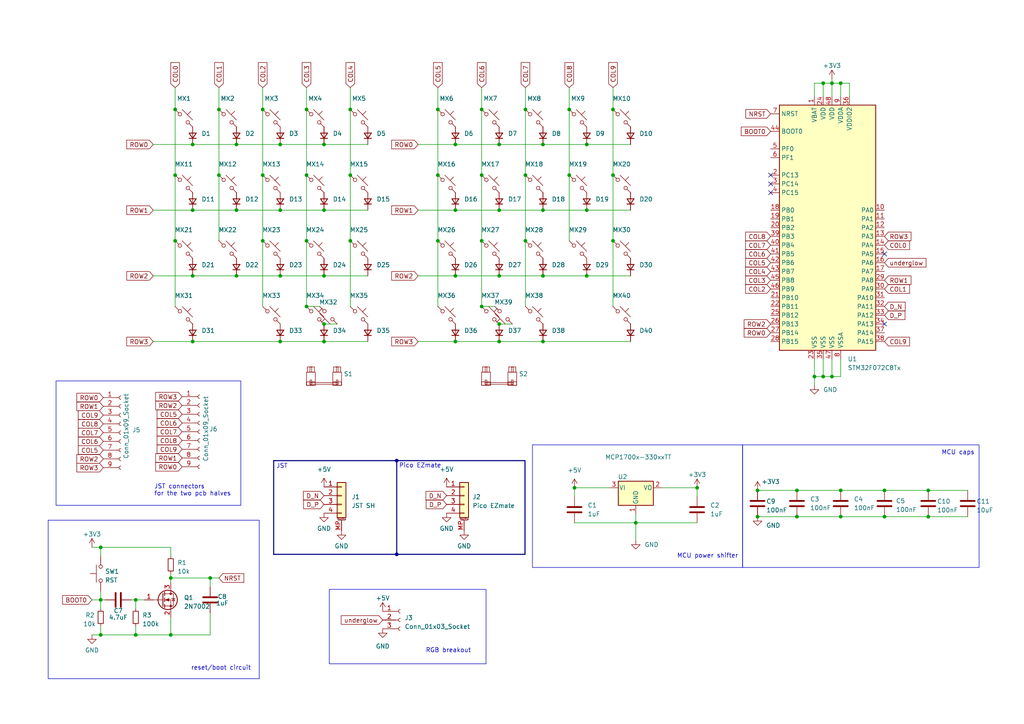
<source format=kicad_sch>
(kicad_sch (version 20230121) (generator eeschema)
  (paper "A4")
  (junction (at 88.9 69.85))
  (junction (at 93.98 80.01))
  (junction (at 139.7 88.9))
  (junction (at 39.37 184.15))
  (junction (at 81.28 60.96))
  (junction (at 269.24 142.24))
  (junction (at 127 69.85))
  (junction (at 101.6 69.85))
  (junction (at 68.58 41.91))
  (junction (at 63.5 31.75))
  (junction (at 49.53 167.64))
  (junction (at 55.88 99.06))
  (junction (at 238.76 109.22))
  (junction (at 93.98 60.96))
  (junction (at 202.184 141.478))
  (junction (at 127 31.75))
  (junction (at 166.624 141.478))
  (junction (at 157.48 41.91))
  (junction (at 88.9 88.9))
  (junction (at 76.2 50.8))
  (junction (at 29.21 184.15))
  (junction (at 219.71 149.86))
  (junction (at 256.54 142.24))
  (junction (at 55.88 41.91))
  (junction (at 50.8 69.85))
  (junction (at 241.3 24.13))
  (junction (at 63.5 50.8))
  (junction (at 157.48 60.96))
  (junction (at 170.18 60.96))
  (junction (at 55.88 80.01))
  (junction (at 144.78 80.01))
  (junction (at 127 50.8))
  (junction (at 144.78 99.06))
  (junction (at 144.78 60.96))
  (junction (at 29.21 173.99))
  (junction (at 243.84 142.24))
  (junction (at 132.08 41.91))
  (junction (at 50.8 31.75))
  (junction (at 238.76 24.13))
  (junction (at 93.98 93.98))
  (junction (at 139.7 69.85))
  (junction (at 115.062 160.782))
  (junction (at 236.22 109.22))
  (junction (at 165.1 50.8))
  (junction (at 177.8 50.8))
  (junction (at 184.404 151.638))
  (junction (at 88.9 31.75))
  (junction (at 157.48 80.01))
  (junction (at 231.14 142.24))
  (junction (at 152.4 69.85))
  (junction (at 76.2 69.85))
  (junction (at 231.14 149.86))
  (junction (at 50.8 50.8))
  (junction (at 241.3 109.22))
  (junction (at 256.54 149.86))
  (junction (at 93.98 41.91))
  (junction (at 132.08 99.06))
  (junction (at 55.88 60.96))
  (junction (at 81.28 41.91))
  (junction (at 101.6 50.8))
  (junction (at 219.71 142.24))
  (junction (at 115.062 133.604))
  (junction (at 68.58 80.01))
  (junction (at 177.8 31.75))
  (junction (at 132.08 60.96))
  (junction (at 60.96 167.64))
  (junction (at 139.7 50.8))
  (junction (at 157.48 99.06))
  (junction (at 269.24 149.86))
  (junction (at 165.1 31.75))
  (junction (at 170.18 41.91))
  (junction (at 170.18 80.01))
  (junction (at 29.21 158.75))
  (junction (at 132.08 80.01))
  (junction (at 152.4 50.8))
  (junction (at 152.4 31.75))
  (junction (at 144.78 41.91))
  (junction (at 76.2 31.75))
  (junction (at 81.28 80.01))
  (junction (at 93.98 99.06))
  (junction (at 243.84 149.86))
  (junction (at 39.37 173.99))
  (junction (at 139.7 31.75))
  (junction (at 243.84 24.13))
  (junction (at 81.28 99.06))
  (junction (at 68.58 60.96))
  (junction (at 177.8 69.85))
  (junction (at 101.6 31.75))
  (junction (at 49.53 184.15))
  (junction (at 88.9 50.8))
  (junction (at 144.78 93.98))
  (no_connect (at 223.52 55.88))
  (no_connect (at 223.52 50.8))
  (no_connect (at 256.54 93.98))
  (no_connect (at 223.52 53.34))
  (no_connect (at 256.54 73.66))
  (wire (pts (xy 49.53 167.64) (xy 49.53 168.91)))
  (wire (pts (xy 241.3 109.22) (xy 243.84 109.22)))
  (wire (pts (xy 177.8 69.85) (xy 177.8 88.9)))
  (wire (pts (xy 49.53 166.37) (xy 49.53 167.64)))
  (wire (pts (xy 39.37 181.61) (xy 39.37 184.15)))
  (wire (pts (xy 144.78 80.01) (xy 157.48 80.01)))
  (wire (pts (xy 50.8 31.75) (xy 50.8 50.8)))
  (wire (pts (xy 166.624 144.018) (xy 166.624 141.478)))
  (wire (pts (xy 177.8 25.4) (xy 177.8 31.75)))
  (wire (pts (xy 93.98 60.96) (xy 106.68 60.96)))
  (wire (pts (xy 243.84 104.14) (xy 243.84 109.22)))
  (wire (pts (xy 139.7 88.9) (xy 143.51 88.9)))
  (wire (pts (xy 76.2 25.4) (xy 76.2 31.75)))
  (wire (pts (xy 60.96 167.64) (xy 63.5 167.64)))
  (wire (pts (xy 139.7 25.4) (xy 139.7 31.75)))
  (wire (pts (xy 55.88 60.96) (xy 68.58 60.96)))
  (wire (pts (xy 184.404 151.638) (xy 184.404 149.098)))
  (wire (pts (xy 29.21 158.75) (xy 29.21 161.29)))
  (wire (pts (xy 219.71 149.86) (xy 231.14 149.86)))
  (wire (pts (xy 192.024 141.478) (xy 202.184 141.478)))
  (wire (pts (xy 93.98 99.06) (xy 106.68 99.06)))
  (wire (pts (xy 63.5 25.4) (xy 63.5 31.75)))
  (wire (pts (xy 236.22 104.14) (xy 236.22 109.22)))
  (wire (pts (xy 256.54 149.86) (xy 269.24 149.86)))
  (wire (pts (xy 152.4 69.85) (xy 152.4 88.9)))
  (wire (pts (xy 76.2 69.85) (xy 76.2 88.9)))
  (wire (pts (xy 132.08 99.06) (xy 144.78 99.06)))
  (wire (pts (xy 231.14 142.24) (xy 243.84 142.24)))
  (wire (pts (xy 49.53 167.64) (xy 60.96 167.64)))
  (wire (pts (xy 144.78 99.06) (xy 157.48 99.06)))
  (wire (pts (xy 121.285 80.01) (xy 132.08 80.01)))
  (wire (pts (xy 166.624 141.478) (xy 176.784 141.478)))
  (wire (pts (xy 157.48 80.01) (xy 170.18 80.01)))
  (wire (pts (xy 81.28 80.01) (xy 93.98 80.01)))
  (wire (pts (xy 152.4 25.4) (xy 152.4 31.75)))
  (wire (pts (xy 121.285 60.96) (xy 132.08 60.96)))
  (wire (pts (xy 81.28 41.91) (xy 93.98 41.91)))
  (wire (pts (xy 246.38 24.13) (xy 246.38 27.94)))
  (wire (pts (xy 241.3 24.13) (xy 241.3 27.94)))
  (wire (pts (xy 68.58 41.91) (xy 81.28 41.91)))
  (wire (pts (xy 269.24 142.24) (xy 280.67 142.24)))
  (wire (pts (xy 238.76 24.13) (xy 241.3 24.13)))
  (wire (pts (xy 202.184 151.638) (xy 184.404 151.638)))
  (wire (pts (xy 26.67 184.15) (xy 29.21 184.15)))
  (wire (pts (xy 29.21 158.75) (xy 49.53 158.75)))
  (wire (pts (xy 243.84 149.86) (xy 256.54 149.86)))
  (wire (pts (xy 39.37 173.99) (xy 41.91 173.99)))
  (wire (pts (xy 243.84 142.24) (xy 256.54 142.24)))
  (wire (pts (xy 236.22 109.22) (xy 236.22 111.76)))
  (wire (pts (xy 88.9 25.4) (xy 88.9 31.75)))
  (wire (pts (xy 269.24 149.86) (xy 280.67 149.86)))
  (wire (pts (xy 101.6 25.4) (xy 101.6 31.75)))
  (wire (pts (xy 50.8 25.4) (xy 50.8 31.75)))
  (wire (pts (xy 238.76 109.22) (xy 241.3 109.22)))
  (wire (pts (xy 243.84 24.13) (xy 243.84 27.94)))
  (wire (pts (xy 165.1 25.4) (xy 165.1 31.75)))
  (wire (pts (xy 81.28 60.96) (xy 93.98 60.96)))
  (wire (pts (xy 165.1 31.75) (xy 165.1 50.8)))
  (wire (pts (xy 63.5 50.8) (xy 63.5 69.85)))
  (wire (pts (xy 121.285 41.91) (xy 132.08 41.91)))
  (wire (pts (xy 241.3 22.86) (xy 241.3 24.13)))
  (wire (pts (xy 231.14 149.86) (xy 243.84 149.86)))
  (wire (pts (xy 243.84 24.13) (xy 246.38 24.13)))
  (wire (pts (xy 157.48 60.96) (xy 170.18 60.96)))
  (wire (pts (xy 256.54 142.24) (xy 269.24 142.24)))
  (wire (pts (xy 39.37 173.99) (xy 39.37 176.53)))
  (wire (pts (xy 49.53 179.07) (xy 49.53 184.15)))
  (wire (pts (xy 44.45 80.01) (xy 55.88 80.01)))
  (wire (pts (xy 88.9 50.8) (xy 88.9 69.85)))
  (wire (pts (xy 139.7 31.75) (xy 139.7 50.8)))
  (wire (pts (xy 68.58 60.96) (xy 81.28 60.96)))
  (wire (pts (xy 241.3 104.14) (xy 241.3 109.22)))
  (wire (pts (xy 121.285 99.06) (xy 132.08 99.06)))
  (wire (pts (xy 144.78 60.96) (xy 157.48 60.96)))
  (wire (pts (xy 63.5 31.75) (xy 63.5 50.8)))
  (wire (pts (xy 127 50.8) (xy 127 69.85)))
  (wire (pts (xy 132.08 80.01) (xy 144.78 80.01)))
  (wire (pts (xy 236.22 24.13) (xy 236.22 27.94)))
  (wire (pts (xy 170.18 80.01) (xy 182.88 80.01)))
  (wire (pts (xy 236.22 24.13) (xy 238.76 24.13)))
  (wire (pts (xy 238.76 104.14) (xy 238.76 109.22)))
  (bus (pts (xy 115.062 133.604) (xy 152.273 133.604)))
  (wire (pts (xy 44.45 60.96) (xy 55.88 60.96)))
  (wire (pts (xy 88.9 69.85) (xy 88.9 88.9)))
  (wire (pts (xy 88.9 31.75) (xy 88.9 50.8)))
  (wire (pts (xy 139.7 50.8) (xy 139.7 69.85)))
  (wire (pts (xy 49.53 158.75) (xy 49.53 161.29)))
  (wire (pts (xy 177.8 31.75) (xy 177.8 50.8)))
  (wire (pts (xy 38.1 173.99) (xy 39.37 173.99)))
  (wire (pts (xy 29.21 173.99) (xy 30.48 173.99)))
  (wire (pts (xy 76.2 50.8) (xy 76.2 69.85)))
  (wire (pts (xy 29.21 181.61) (xy 29.21 184.15)))
  (wire (pts (xy 26.67 173.99) (xy 29.21 173.99)))
  (wire (pts (xy 101.6 69.85) (xy 101.6 88.9)))
  (wire (pts (xy 177.8 50.8) (xy 177.8 69.85)))
  (wire (pts (xy 44.45 41.91) (xy 55.88 41.91)))
  (wire (pts (xy 152.4 31.75) (xy 152.4 50.8)))
  (wire (pts (xy 76.2 31.75) (xy 76.2 50.8)))
  (wire (pts (xy 165.1 50.8) (xy 165.1 69.85)))
  (wire (pts (xy 132.08 41.91) (xy 144.78 41.91)))
  (wire (pts (xy 202.184 141.478) (xy 202.184 144.018)))
  (wire (pts (xy 241.3 24.13) (xy 243.84 24.13)))
  (wire (pts (xy 29.21 171.45) (xy 29.21 173.99)))
  (wire (pts (xy 50.8 50.8) (xy 50.8 69.85)))
  (wire (pts (xy 170.18 60.96) (xy 182.88 60.96)))
  (wire (pts (xy 68.58 80.01) (xy 81.28 80.01)))
  (wire (pts (xy 60.96 167.64) (xy 60.96 170.18)))
  (wire (pts (xy 127 31.75) (xy 127 50.8)))
  (wire (pts (xy 184.404 151.638) (xy 184.404 156.718)))
  (bus (pts (xy 115.062 160.782) (xy 152.273 160.782)))
  (wire (pts (xy 219.71 142.24) (xy 231.14 142.24)))
  (wire (pts (xy 26.67 158.75) (xy 29.21 158.75)))
  (wire (pts (xy 29.21 173.99) (xy 29.21 176.53)))
  (wire (pts (xy 157.48 41.91) (xy 170.18 41.91)))
  (wire (pts (xy 127 69.85) (xy 127 88.9)))
  (wire (pts (xy 101.6 50.8) (xy 101.6 69.85)))
  (wire (pts (xy 132.08 60.96) (xy 144.78 60.96)))
  (wire (pts (xy 81.28 99.06) (xy 93.98 99.06)))
  (wire (pts (xy 88.9 88.9) (xy 92.71 88.9)))
  (wire (pts (xy 93.98 80.01) (xy 106.68 80.01)))
  (wire (pts (xy 101.6 31.75) (xy 101.6 50.8)))
  (wire (pts (xy 144.78 93.98) (xy 148.59 93.98)))
  (wire (pts (xy 139.7 69.85) (xy 139.7 88.9)))
  (wire (pts (xy 55.88 80.01) (xy 68.58 80.01)))
  (wire (pts (xy 236.22 109.22) (xy 238.76 109.22)))
  (wire (pts (xy 39.37 184.15) (xy 49.53 184.15)))
  (wire (pts (xy 49.53 184.15) (xy 60.96 184.15)))
  (wire (pts (xy 55.88 99.06) (xy 81.28 99.06)))
  (wire (pts (xy 60.96 177.8) (xy 60.96 184.15)))
  (wire (pts (xy 127 25.4) (xy 127 31.75)))
  (wire (pts (xy 170.18 41.91) (xy 182.88 41.91)))
  (wire (pts (xy 144.78 41.91) (xy 157.48 41.91)))
  (wire (pts (xy 152.4 50.8) (xy 152.4 69.85)))
  (wire (pts (xy 157.48 99.06) (xy 182.88 99.06)))
  (wire (pts (xy 44.45 99.06) (xy 55.88 99.06)))
  (wire (pts (xy 93.98 93.98) (xy 97.79 93.98)))
  (wire (pts (xy 166.624 151.638) (xy 184.404 151.638)))
  (bus (pts (xy 152.273 160.782) (xy 152.273 133.604)))
  (wire (pts (xy 55.88 41.91) (xy 68.58 41.91)))
  (wire (pts (xy 29.21 184.15) (xy 39.37 184.15)))
  (wire (pts (xy 238.76 24.13) (xy 238.76 27.94)))
  (wire (pts (xy 50.8 69.85) (xy 50.8 88.9)))
  (bus (pts (xy 79.375 133.604) (xy 79.375 160.782)))
  (bus (pts (xy 79.375 133.604) (xy 115.062 133.604)))
  (wire (pts (xy 93.98 41.91) (xy 106.68 41.91)))
  (bus (pts (xy 79.375 160.782) (xy 115.062 160.782)))
  (bus (pts (xy 115.062 133.604) (xy 115.062 160.782)))
  (rectangle (start 215.392 129.032) (end 283.972 164.592))
  (rectangle (start 154.432 129.032) (end 215.392 164.592))
  (rectangle (start 13.97 150.876) (end 75.184 196.85))
  (rectangle (start 95.504 170.942) (end 140.97 192.532))
  (rectangle (start 16.256 110.49) (end 69.85 146.558))
  (text "Pico EZmate" (at 115.697 135.89 0) (effects (font (size 1.27 1.27)) (justify left bottom)))
  (text "JST connectors\nfor the two pcb halves" (at 44.704 144.018 0) (effects (font (size 1.27 1.27)) (justify left bottom)))
  (text "reset/boot circuit" (at 55.372 194.564 0) (effects (font (size 1.27 1.27)) (justify left bottom)))
  (text "MCU power shifter" (at 196.342 162.052 0) (effects (font (size 1.27 1.27)) (justify left bottom)))
  (text "RGB breakout" (at 123.444 189.484 0) (effects (font (size 1.27 1.27)) (justify left bottom)))
  (text "MCU caps" (at 273.05 132.08 0) (effects (font (size 1.27 1.27)) (justify left bottom)))
  (text "JST" (at 80.137 136.017 0) (effects (font (size 1.27 1.27)) (justify left bottom)))
  (global_label "COL0" (shape input) (at 50.8 25.4 90) (property "Intersheetrefs" "${INTERSHEET_REFS}" (effects hide)))
  (global_label "ROW2" (shape input) (at 44.45 80.01 180) (property "Intersheetrefs" "${INTERSHEET_REFS}" (effects hide)))
  (global_label "ROW2" (shape input) (at 223.52 93.98 180) (property "Intersheetrefs" "${INTERSHEET_REFS}" (effects hide)))
  (global_label "ROW0" (shape input) (at 44.45 41.91 180) (property "Intersheetrefs" "${INTERSHEET_REFS}" (effects hide)))
  (global_label "COL5" (shape input) (at 52.832 120.142 180) (property "Intersheetrefs" "${INTERSHEET_REFS}" (effects hide)))
  (global_label "D_N" (shape input) (at 256.54 88.9 0) (property "Intersheetrefs" "${INTERSHEET_REFS}" (effects hide)))
  (global_label "ROW0" (shape input) (at 223.52 96.52 180) (property "Intersheetrefs" "${INTERSHEET_REFS}" (effects hide)))
  (global_label "ROW1" (shape input) (at 256.54 81.28 0) (property "Intersheetrefs" "${INTERSHEET_REFS}" (effects hide)))
  (global_label "COL7" (shape input) (at 29.972 125.476 180) (property "Intersheetrefs" "${INTERSHEET_REFS}" (effects hide)))
  (global_label "COL7" (shape input) (at 152.4 25.4 90) (property "Intersheetrefs" "${INTERSHEET_REFS}" (effects hide)))
  (global_label "ROW0" (shape input) (at 29.972 115.316 180) (property "Intersheetrefs" "${INTERSHEET_REFS}" (effects hide)))
  (global_label "D_P" (shape input) (at 93.98 146.304 180) (property "Intersheetrefs" "${INTERSHEET_REFS}" (effects hide)))
  (global_label "ROW1" (shape input) (at 52.832 132.842 180) (property "Intersheetrefs" "${INTERSHEET_REFS}" (effects hide)))
  (global_label "COL0" (shape input) (at 256.54 71.12 0) (property "Intersheetrefs" "${INTERSHEET_REFS}" (effects hide)))
  (global_label "COL2" (shape input) (at 223.52 83.82 180) (property "Intersheetrefs" "${INTERSHEET_REFS}" (effects hide)))
  (global_label "COL8" (shape input) (at 52.832 127.762 180) (property "Intersheetrefs" "${INTERSHEET_REFS}" (effects hide)))
  (global_label "D_P" (shape input) (at 256.54 91.44 0) (property "Intersheetrefs" "${INTERSHEET_REFS}" (effects hide)))
  (global_label "D_N" (shape input) (at 93.98 143.764 180) (property "Intersheetrefs" "${INTERSHEET_REFS}" (effects hide)))
  (global_label "COL5" (shape input) (at 223.52 76.2 180) (property "Intersheetrefs" "${INTERSHEET_REFS}" (effects hide)))
  (global_label "ROW1" (shape input) (at 29.972 117.856 180) (property "Intersheetrefs" "${INTERSHEET_REFS}" (effects hide)))
  (global_label "ROW3" (shape input) (at 52.832 115.062 180) (property "Intersheetrefs" "${INTERSHEET_REFS}" (effects hide)))
  (global_label "COL6" (shape input) (at 29.972 128.016 180) (property "Intersheetrefs" "${INTERSHEET_REFS}" (effects hide)))
  (global_label "COL1" (shape input) (at 63.5 25.4 90) (property "Intersheetrefs" "${INTERSHEET_REFS}" (effects hide)))
  (global_label "NRST" (shape input) (at 63.5 167.64 0) (property "Intersheetrefs" "${INTERSHEET_REFS}" (effects hide)))
  (global_label "COL3" (shape input) (at 88.9 25.4 90) (property "Intersheetrefs" "${INTERSHEET_REFS}" (effects hide)))
  (global_label "COL7" (shape input) (at 223.52 71.12 180) (property "Intersheetrefs" "${INTERSHEET_REFS}" (effects hide)))
  (global_label "ROW3" (shape input) (at 121.285 99.06 180) (property "Intersheetrefs" "${INTERSHEET_REFS}" (effects hide)))
  (global_label "D_P" (shape input) (at 129.54 146.304 180) (property "Intersheetrefs" "${INTERSHEET_REFS}" (effects hide)))
  (global_label "BOOT0" (shape input) (at 223.52 38.1 180) (property "Intersheetrefs" "${INTERSHEET_REFS}" (effects hide)))
  (global_label "COL3" (shape input) (at 223.52 81.28 180) (property "Intersheetrefs" "${INTERSHEET_REFS}" (effects hide)))
  (global_label "ROW3" (shape input) (at 29.972 135.636 180) (property "Intersheetrefs" "${INTERSHEET_REFS}" (effects hide)))
  (global_label "ROW3" (shape input) (at 44.45 99.06 180) (property "Intersheetrefs" "${INTERSHEET_REFS}" (effects hide)))
  (global_label "COL6" (shape input) (at 139.7 25.4 90) (property "Intersheetrefs" "${INTERSHEET_REFS}" (effects hide)))
  (global_label "COL9" (shape input) (at 177.8 25.4 90) (property "Intersheetrefs" "${INTERSHEET_REFS}" (effects hide)))
  (global_label "ROW1" (shape input) (at 121.285 60.96 180) (property "Intersheetrefs" "${INTERSHEET_REFS}" (effects hide)))
  (global_label "ROW3" (shape input) (at 256.54 68.58 0) (property "Intersheetrefs" "${INTERSHEET_REFS}" (effects hide)))
  (global_label "COL6" (shape input) (at 223.52 73.66 180) (property "Intersheetrefs" "${INTERSHEET_REFS}" (effects hide)))
  (global_label "underglow" (shape input) (at 256.54 76.2 0) (property "Intersheetrefs" "${INTERSHEET_REFS}" (effects hide)))
  (global_label "COL2" (shape input) (at 76.2 25.4 90) (property "Intersheetrefs" "${INTERSHEET_REFS}" (effects hide)))
  (global_label "underglow" (shape input) (at 110.998 179.832 180) (property "Intersheetrefs" "${INTERSHEET_REFS}" (effects hide)))
  (global_label "ROW2" (shape input) (at 121.285 80.01 180) (property "Intersheetrefs" "${INTERSHEET_REFS}" (effects hide)))
  (global_label "D_N" (shape input) (at 129.54 143.764 180) (property "Intersheetrefs" "${INTERSHEET_REFS}" (effects hide)))
  (global_label "COL9" (shape input) (at 29.972 120.396 180) (property "Intersheetrefs" "${INTERSHEET_REFS}" (effects hide)))
  (global_label "COL6" (shape input) (at 52.832 122.682 180) (property "Intersheetrefs" "${INTERSHEET_REFS}" (effects hide)))
  (global_label "BOOT0" (shape input) (at 26.67 173.99 180) (property "Intersheetrefs" "${INTERSHEET_REFS}" (effects hide)))
  (global_label "COL7" (shape input) (at 52.832 125.222 180) (property "Intersheetrefs" "${INTERSHEET_REFS}" (effects hide)))
  (global_label "NRST" (shape input) (at 223.52 33.02 180) (property "Intersheetrefs" "${INTERSHEET_REFS}" (effects hide)))
  (global_label "ROW0" (shape input) (at 121.285 41.91 180) (property "Intersheetrefs" "${INTERSHEET_REFS}" (effects hide)))
  (global_label "COL8" (shape input) (at 165.1 25.4 90) (property "Intersheetrefs" "${INTERSHEET_REFS}" (effects hide)))
  (global_label "COL4" (shape input) (at 223.52 78.74 180) (property "Intersheetrefs" "${INTERSHEET_REFS}" (effects hide)))
  (global_label "ROW0" (shape input) (at 52.832 135.382 180) (property "Intersheetrefs" "${INTERSHEET_REFS}" (effects hide)))
  (global_label "COL4" (shape input) (at 101.6 25.4 90) (property "Intersheetrefs" "${INTERSHEET_REFS}" (effects hide)))
  (global_label "COL9" (shape input) (at 256.54 99.06 0) (property "Intersheetrefs" "${INTERSHEET_REFS}" (effects hide)))
  (global_label "COL8" (shape input) (at 223.52 68.58 180) (property "Intersheetrefs" "${INTERSHEET_REFS}" (effects hide)))
  (global_label "ROW1" (shape input) (at 44.45 60.96 180) (property "Intersheetrefs" "${INTERSHEET_REFS}" (effects hide)))
  (global_label "ROW2" (shape input) (at 29.972 133.096 180) (property "Intersheetrefs" "${INTERSHEET_REFS}" (effects hide)))
  (global_label "ROW2" (shape input) (at 52.832 117.602 180) (property "Intersheetrefs" "${INTERSHEET_REFS}" (effects hide)))
  (global_label "COL5" (shape input) (at 29.972 130.556 180) (property "Intersheetrefs" "${INTERSHEET_REFS}" (effects hide)))
  (global_label "COL5" (shape input) (at 127 25.4 90) (property "Intersheetrefs" "${INTERSHEET_REFS}" (effects hide)))
  (global_label "COL1" (shape input) (at 256.54 83.82 0) (property "Intersheetrefs" "${INTERSHEET_REFS}" (effects hide)))
  (global_label "COL8" (shape input) (at 29.972 122.936 180) (property "Intersheetrefs" "${INTERSHEET_REFS}" (effects hide)))
  (global_label "COL9" (shape input) (at 52.832 130.302 180) (property "Intersheetrefs" "${INTERSHEET_REFS}" (effects hide)))
  (symbol (lib_id "Device:D_Small") (at 144.78 77.47 90) (unit 1)
    (property "Reference" "D27" (at 147.32 76.835 90) (effects (justify right)))
    (property "Value" "D_Small" (effects hide))
    (property "Footprint" "Diode_SMD:D_SOD-123F" (effects hide))
    (property "Sim.Device" "D" (effects hide))
    (property "Sim.Pins" "1=K 2=A" (effects hide))
  )
  (symbol (lib_id "Device:D_Small") (at 157.48 39.37 90) (unit 1)
    (property "Reference" "D8" (at 160.02 38.735 90) (effects (justify right)))
    (property "Value" "D_Small" (effects hide))
    (property "Footprint" "Diode_SMD:D_SOD-123F" (effects hide))
    (property "Sim.Device" "D" (effects hide))
    (property "Sim.Pins" "1=K 2=A" (effects hide))
  )
  (symbol (lib_id "Device:D_Small") (at 132.08 39.37 90) (unit 1)
    (property "Reference" "D6" (at 134.62 38.735 90) (effects (justify right)))
    (property "Value" "D_Small" (effects hide))
    (property "Footprint" "Diode_SMD:D_SOD-123F" (effects hide))
    (property "Sim.Device" "D" (effects hide))
    (property "Sim.Pins" "1=K 2=A" (effects hide))
  )
  (symbol (lib_id "PCM_marbastlib-mx:MX_SW_HS") (at 154.94 34.29 0) (unit 1)
    (property "Reference" "MX8" (at 154.94 28.575 0))
    (property "Value" "MX_SW_HS" (effects hide))
    (property "Footprint" "PCM_marbastlib-mx:SW_MX_HS_1u" (effects hide))
  )
  (symbol (lib_id "power:+5V") (at 93.98 141.224 0) (unit 1)
    (property "Reference" "#PWR09" (effects hide))
    (property "Value" "+5V" (at 93.98 136.144 0))
  )
  (symbol (lib_id "PCM_marbastlib-mx:MX_SW_HS") (at 53.34 72.39 0) (unit 1)
    (property "Reference" "MX21" (at 53.34 66.675 0))
    (property "Value" "MX_SW_HS" (effects hide))
    (property "Footprint" "PCM_marbastlib-mx:SW_MX_HS_1u" (effects hide))
  )
  (symbol (lib_id "Device:D_Small") (at 106.68 77.47 90) (unit 1)
    (property "Reference" "D25" (at 109.22 76.835 90) (effects (justify right)))
    (property "Value" "D_Small" (effects hide))
    (property "Footprint" "Diode_SMD:D_SOD-123F" (effects hide))
    (property "Sim.Device" "D" (effects hide))
    (property "Sim.Pins" "1=K 2=A" (effects hide))
  )
  (symbol (lib_id "PCM_marbastlib-mx:MX_SW_HS") (at 53.34 53.34 0) (unit 1)
    (property "Reference" "MX11" (at 53.34 47.625 0))
    (property "Value" "MX_SW_HS" (effects hide))
    (property "Footprint" "PCM_marbastlib-mx:SW_MX_HS_1u" (effects hide))
  )
  (symbol (lib_id "Device:D_Small") (at 170.18 39.37 90) (unit 1)
    (property "Reference" "D9" (at 172.72 38.735 90) (effects (justify right)))
    (property "Value" "D_Small" (effects hide))
    (property "Footprint" "Diode_SMD:D_SOD-123F" (effects hide))
    (property "Sim.Device" "D" (effects hide))
    (property "Sim.Pins" "1=K 2=A" (effects hide))
  )
  (symbol (lib_id "Device:D_Small") (at 170.18 58.42 90) (unit 1)
    (property "Reference" "D19" (at 172.72 57.785 90) (effects (justify right)))
    (property "Value" "D_Small" (effects hide))
    (property "Footprint" "Diode_SMD:D_SOD-123F" (effects hide))
    (property "Sim.Device" "D" (effects hide))
    (property "Sim.Pins" "1=K 2=A" (effects hide))
  )
  (symbol (lib_id "Device:D_Small") (at 182.88 58.42 90) (unit 1)
    (property "Reference" "D20" (at 185.42 57.785 90) (effects (justify right)))
    (property "Value" "D_Small" (effects hide))
    (property "Footprint" "Diode_SMD:D_SOD-123F" (effects hide))
    (property "Sim.Device" "D" (effects hide))
    (property "Sim.Pins" "1=K 2=A" (effects hide))
  )
  (symbol (lib_id "Regulator_Linear:MCP1700x-330xxTT") (at 184.404 141.478 0) (unit 1)
    (property "Reference" "U2" (at 180.594 138.303 0))
    (property "Value" "MCP1700x-330xxTT" (at 175.514 132.588 0) (effects (justify left)))
    (property "Footprint" "Package_TO_SOT_SMD:SOT-23" (effects hide))
    (property "Datasheet" "http://ww1.microchip.com/downloads/en/DeviceDoc/20001826D.pdf" (effects hide))
    (property "LCSC Part Number" "C39051" (effects hide))
  )
  (symbol (lib_id "PCM_marbastlib-mx:MX_SW_HS") (at 104.14 91.44 0) (unit 1)
    (property "Reference" "MX35" (at 104.14 85.725 0))
    (property "Value" "MX_SW_HS" (effects hide))
    (property "Footprint" "PCM_marbastlib-mx:SW_MX_HS_1u" (effects hide))
  )
  (symbol (lib_id "Connector:Conn_01x09_Socket") (at 57.912 125.222 0) (unit 1)
    (property "Reference" "J6" (at 60.706 124.46 0) (effects (justify left)))
    (property "Value" "Conn_01x09_Socket" (at 59.69 133.858 90) (effects (justify left)))
    (property "Footprint" "Connector_JST:JST_SH_SM09B-SRSS-TB_1x09-1MP_P1.00mm_Horizontal" (effects hide))
  )
  (symbol (lib_id "PCM_marbastlib-mx:MX_SW_HS") (at 167.64 53.34 0) (unit 1)
    (property "Reference" "MX19" (at 167.64 47.625 0))
    (property "Value" "MX_SW_HS" (effects hide))
    (property "Footprint" "PCM_marbastlib-mx:SW_MX_HS_1u" (effects hide))
  )
  (symbol (lib_id "Device:D_Small") (at 93.98 58.42 90) (unit 1)
    (property "Reference" "D14" (at 96.52 57.785 90) (effects (justify right)))
    (property "Value" "D_Small" (effects hide))
    (property "Footprint" "Diode_SMD:D_SOD-123F" (effects hide))
    (property "Sim.Device" "D" (effects hide))
    (property "Sim.Pins" "1=K 2=A" (effects hide))
  )
  (symbol (lib_id "power:GND") (at 134.62 153.924 0) (unit 1)
    (property "Reference" "#PWR014" (effects hide))
    (property "Value" "GND" (at 134.62 158.3674 0))
  )
  (symbol (lib_id "Device:D_Small") (at 182.88 96.52 90) (unit 1)
    (property "Reference" "D40" (at 185.42 95.885 90) (effects (justify right)))
    (property "Value" "D_Small" (effects hide))
    (property "Footprint" "Diode_SMD:D_SOD-123F" (effects hide))
    (property "Sim.Device" "D" (effects hide))
    (property "Sim.Pins" "1=K 2=A" (effects hide))
  )
  (symbol (lib_id "Device:C") (at 166.624 147.828 0) (unit 1)
    (property "Reference" "C1" (at 170.434 146.5579 0) (effects (justify left)))
    (property "Value" "1uF" (at 170.434 149.0979 0) (effects (justify left)))
    (property "Footprint" "Capacitor_SMD:C_0603_1608Metric" (effects hide))
    (property "LCSC Part Number" "C28323" (effects hide))
  )
  (symbol (lib_id "Device:D_Small") (at 182.88 39.37 90) (unit 1)
    (property "Reference" "D10" (at 185.42 38.735 90) (effects (justify right)))
    (property "Value" "D_Small" (effects hide))
    (property "Footprint" "Diode_SMD:D_SOD-123F" (effects hide))
    (property "Sim.Device" "D" (effects hide))
    (property "Sim.Pins" "1=K 2=A" (effects hide))
  )
  (symbol (lib_id "Connector:Conn_01x09_Socket") (at 35.052 125.476 0) (unit 1)
    (property "Reference" "J5" (at 38.354 124.714 0) (effects (justify left)))
    (property "Value" "Conn_01x09_Socket" (at 36.576 133.096 90) (effects (justify left)))
    (property "Footprint" "Connector_JST:JST_SH_SM09B-SRSS-TB_1x09-1MP_P1.00mm_Horizontal" (effects hide))
  )
  (symbol (lib_id "Connector:Conn_01x03_Socket") (at 116.078 179.832 0) (unit 1)
    (property "Reference" "J3" (at 117.348 179.197 0) (effects (justify left)))
    (property "Value" "Conn_01x03_Socket" (at 117.348 181.737 0) (effects (justify left)))
    (property "Footprint" "Connector_PinHeader_2.54mm:PinHeader_1x03_P2.54mm_Vertical" (effects hide))
  )
  (symbol (lib_id "PCM_marbastlib-mx:MX_SW_HS") (at 53.34 91.44 0) (unit 1)
    (property "Reference" "MX31" (at 53.34 85.725 0))
    (property "Value" "MX_SW_HS" (effects hide))
    (property "Footprint" "PCM_marbastlib-mx:SW_MX_HS_1u" (effects hide))
  )
  (symbol (lib_id "power:+3V3") (at 241.3 22.86 0) (unit 1)
    (property "Reference" "#PWR018" (effects hide))
    (property "Value" "+3V3" (at 241.3 19.05 0))
  )
  (symbol (lib_id "Device:R_Small") (at 39.37 179.07 0) (unit 1)
    (property "Reference" "R3" (at 41.275 178.435 0) (effects (justify left)))
    (property "Value" "100k" (at 41.275 180.975 0) (effects (justify left)))
    (property "Footprint" "Resistor_SMD:R_0603_1608Metric" (effects hide))
  )
  (symbol (lib_id "Device:C") (at 219.71 146.05 0) (unit 1)
    (property "Reference" "C9" (at 222.25 145.4213 0) (effects (justify left)))
    (property "Value" "100nF" (at 222.25 147.9613 0) (effects (justify left)))
    (property "Footprint" "Capacitor_SMD:C_0603_1608Metric" (effects hide))
  )
  (symbol (lib_id "Connector_Generic_MountingPin:Conn_01x04_MountingPin") (at 134.62 143.764 0) (unit 1)
    (property "Reference" "J2" (at 137.033 144.1195 0) (effects (justify left)))
    (property "Value" "Pico EZmate" (at 137.033 146.6595 0) (effects (justify left)))
    (property "Footprint" "Connector_Molex:Molex_Pico-EZmate_78171-0004_1x04-1MP_P1.20mm_Vertical" (effects hide))
  )
  (symbol (lib_id "PCM_marbastlib-mx:MX_SW_HS") (at 91.44 53.34 0) (unit 1)
    (property "Reference" "MX14" (at 91.44 47.625 0))
    (property "Value" "MX_SW_HS" (effects hide))
    (property "Footprint" "PCM_marbastlib-mx:SW_MX_HS_1u" (effects hide))
  )
  (symbol (lib_id "PCM_marbastlib-mx:MX_SW_HS") (at 154.94 72.39 0) (unit 1)
    (property "Reference" "MX28" (at 154.94 66.675 0))
    (property "Value" "MX_SW_HS" (effects hide))
    (property "Footprint" "PCM_marbastlib-mx:SW_MX_HS_1u" (effects hide))
  )
  (symbol (lib_id "Connector_Generic_MountingPin:Conn_01x04_MountingPin") (at 99.06 143.764 0) (unit 1)
    (property "Reference" "J1" (at 101.981 144.1195 0) (effects (justify left)))
    (property "Value" "JST SH" (at 101.981 146.6595 0) (effects (justify left)))
    (property "Footprint" "Connector_JST:JST_SH_SM04B-SRSS-TB_1x04-1MP_P1.00mm_Horizontal" (effects hide))
  )
  (symbol (lib_id "PCM_marbastlib-mx:MX_SW_HS") (at 180.34 34.29 0) (unit 1)
    (property "Reference" "MX10" (at 180.34 28.575 0))
    (property "Value" "MX_SW_HS" (effects hide))
    (property "Footprint" "PCM_marbastlib-mx:SW_MX_HS_1u" (effects hide))
  )
  (symbol (lib_id "PCM_marbastlib-mx:MX_SW_HS") (at 91.44 34.29 0) (unit 1)
    (property "Reference" "MX4" (at 91.44 28.575 0))
    (property "Value" "MX_SW_HS" (effects hide))
    (property "Footprint" "PCM_marbastlib-mx:SW_MX_HS_1u" (effects hide))
  )
  (symbol (lib_id "Device:C") (at 202.184 147.828 0) (unit 1)
    (property "Reference" "C2" (at 205.994 146.5579 0) (effects (justify left)))
    (property "Value" "1uF" (at 205.994 149.0979 0) (effects (justify left)))
    (property "Footprint" "Capacitor_SMD:C_0603_1608Metric" (effects hide))
    (property "LCSC Part Number" "C28323" (effects hide))
  )
  (symbol (lib_id "Device:D_Small") (at 106.68 58.42 90) (unit 1)
    (property "Reference" "D15" (at 109.22 57.785 90) (effects (justify right)))
    (property "Value" "D_Small" (effects hide))
    (property "Footprint" "Diode_SMD:D_SOD-123F" (effects hide))
    (property "Sim.Device" "D" (effects hide))
    (property "Sim.Pins" "1=K 2=A" (effects hide))
  )
  (symbol (lib_id "PCM_marbastlib-mx:MX_SW_HS") (at 154.94 53.34 0) (unit 1)
    (property "Reference" "MX18" (at 154.94 47.625 0))
    (property "Value" "MX_SW_HS" (effects hide))
    (property "Footprint" "PCM_marbastlib-mx:SW_MX_HS_1u" (effects hide))
  )
  (symbol (lib_id "PCM_marbastlib-mx:MX_SW_HS") (at 129.54 72.39 0) (unit 1)
    (property "Reference" "MX26" (at 129.54 66.675 0))
    (property "Value" "MX_SW_HS" (effects hide))
    (property "Footprint" "PCM_marbastlib-mx:SW_MX_HS_1u" (effects hide))
  )
  (symbol (lib_id "PCM_marbastlib-mx:MX_SW_HS") (at 146.05 91.44 180) (unit 1)
    (property "Reference" "MX39" (at 146.05 87.63 0))
    (property "Value" "MX_SW_HS" (effects hide))
    (property "Footprint" "PCM_marbastlib-mx:SW_MX_HS_1u" (effects hide))
  )
  (symbol (lib_id "Device:D_Small") (at 144.78 39.37 90) (unit 1)
    (property "Reference" "D7" (at 147.32 38.735 90) (effects (justify right)))
    (property "Value" "D_Small" (effects hide))
    (property "Footprint" "Diode_SMD:D_SOD-123F" (effects hide))
    (property "Sim.Device" "D" (effects hide))
    (property "Sim.Pins" "1=K 2=A" (effects hide))
  )
  (symbol (lib_id "Device:D_Small") (at 132.08 77.47 90) (unit 1)
    (property "Reference" "D26" (at 134.62 76.835 90) (effects (justify right)))
    (property "Value" "D_Small" (effects hide))
    (property "Footprint" "Diode_SMD:D_SOD-123F" (effects hide))
    (property "Sim.Device" "D" (effects hide))
    (property "Sim.Pins" "1=K 2=A" (effects hide))
  )
  (symbol (lib_id "Device:C") (at 243.84 146.05 0) (unit 1)
    (property "Reference" "C4" (at 247.65 144.7799 0) (effects (justify left)))
    (property "Value" "100nF" (at 247.65 147.3199 0) (effects (justify left)))
    (property "Footprint" "Capacitor_SMD:C_0603_1608Metric" (effects hide))
    (property "LCSC Part Number" "C14663" (effects hide))
  )
  (symbol (lib_id "power:GND") (at 99.06 153.924 0) (unit 1)
    (property "Reference" "#PWR013" (effects hide))
    (property "Value" "GND" (at 99.06 158.3674 0))
  )
  (symbol (lib_id "PCM_marbastlib-mx:MX_SW_HS") (at 104.14 53.34 0) (unit 1)
    (property "Reference" "MX15" (at 104.14 47.625 0))
    (property "Value" "MX_SW_HS" (effects hide))
    (property "Footprint" "PCM_marbastlib-mx:SW_MX_HS_1u" (effects hide))
  )
  (symbol (lib_id "PCM_marbastlib-mx:MX_SW_HS") (at 91.44 72.39 0) (unit 1)
    (property "Reference" "MX24" (at 91.44 66.675 0))
    (property "Value" "MX_SW_HS" (effects hide))
    (property "Footprint" "PCM_marbastlib-mx:SW_MX_HS_1u" (effects hide))
  )
  (symbol (lib_id "PCM_marbastlib-mx:MX_SW_HS") (at 180.34 91.44 0) (unit 1)
    (property "Reference" "MX40" (at 180.34 85.725 0))
    (property "Value" "MX_SW_HS" (effects hide))
    (property "Footprint" "PCM_marbastlib-mx:SW_MX_HS_1u" (effects hide))
  )
  (symbol (lib_id "PCM_marbastlib-mx:MX_stab") (at 93.98 109.22 0) (unit 1)
    (property "Reference" "S1" (at 99.695 108.458 0) (effects (justify left)))
    (property "Value" "MX_stab" (effects hide))
    (property "Footprint" "PCM_marbastlib-mx:STAB_MX_2u" (effects hide))
  )
  (symbol (lib_id "PCM_marbastlib-mx:MX_SW_HS") (at 53.34 34.29 0) (unit 1)
    (property "Reference" "MX1" (at 53.34 28.575 0))
    (property "Value" "MX_SW_HS" (effects hide))
    (property "Footprint" "PCM_marbastlib-mx:SW_MX_HS_1u" (effects hide))
  )
  (symbol (lib_id "Device:R_Small") (at 49.53 163.83 0) (unit 1)
    (property "Reference" "R1" (at 51.435 163.195 0) (effects (justify left)))
    (property "Value" "10k" (at 51.435 165.735 0) (effects (justify left)))
    (property "Footprint" "Resistor_SMD:R_0603_1608Metric" (effects hide))
  )
  (symbol (lib_id "Device:D_Small") (at 144.78 96.52 90) (unit 1)
    (property "Reference" "D37" (at 147.32 95.885 90) (effects (justify right)))
    (property "Value" "D_Small" (effects hide))
    (property "Footprint" "Diode_SMD:D_SOD-123F" (effects hide))
    (property "Sim.Device" "D" (effects hide))
    (property "Sim.Pins" "1=K 2=A" (effects hide))
  )
  (symbol (lib_id "Device:R_Small") (at 29.21 179.07 0) (unit 1)
    (property "Reference" "R2" (at 24.765 178.435 0) (effects (justify left)))
    (property "Value" "10k" (at 24.13 180.975 0) (effects (justify left)))
    (property "Footprint" "Resistor_SMD:R_0603_1608Metric" (effects hide))
  )
  (symbol (lib_id "Device:D_Small") (at 68.58 58.42 90) (unit 1)
    (property "Reference" "D12" (at 71.12 57.785 90) (effects (justify right)))
    (property "Value" "D_Small" (effects hide))
    (property "Footprint" "Diode_SMD:D_SOD-123F" (effects hide))
    (property "Sim.Device" "D" (effects hide))
    (property "Sim.Pins" "1=K 2=A" (effects hide))
  )
  (symbol (lib_id "Device:D_Small") (at 81.28 96.52 90) (unit 1)
    (property "Reference" "D33" (at 83.82 95.885 90) (effects (justify right)))
    (property "Value" "D_Small" (effects hide))
    (property "Footprint" "Diode_SMD:D_SOD-123F" (effects hide))
    (property "Sim.Device" "D" (effects hide))
    (property "Sim.Pins" "1=K 2=A" (effects hide))
  )
  (symbol (lib_id "Device:D_Small") (at 106.68 39.37 90) (unit 1)
    (property "Reference" "D5" (at 109.22 38.735 90) (effects (justify right)))
    (property "Value" "D_Small" (effects hide))
    (property "Footprint" "Diode_SMD:D_SOD-123F" (effects hide))
    (property "Sim.Device" "D" (effects hide))
    (property "Sim.Pins" "1=K 2=A" (effects hide))
  )
  (symbol (lib_id "PCM_marbastlib-mx:MX_SW_HS") (at 78.74 72.39 0) (unit 1)
    (property "Reference" "MX23" (at 78.74 66.675 0))
    (property "Value" "MX_SW_HS" (effects hide))
    (property "Footprint" "PCM_marbastlib-mx:SW_MX_HS_1u" (effects hide))
  )
  (symbol (lib_id "Device:D_Small") (at 132.08 58.42 90) (unit 1)
    (property "Reference" "D16" (at 134.62 57.785 90) (effects (justify right)))
    (property "Value" "D_Small" (effects hide))
    (property "Footprint" "Diode_SMD:D_SOD-123F" (effects hide))
    (property "Sim.Device" "D" (effects hide))
    (property "Sim.Pins" "1=K 2=A" (effects hide))
  )
  (symbol (lib_id "Device:D_Small") (at 157.48 77.47 90) (unit 1)
    (property "Reference" "D28" (at 160.02 76.835 90) (effects (justify right)))
    (property "Value" "D_Small" (effects hide))
    (property "Footprint" "Diode_SMD:D_SOD-123F" (effects hide))
    (property "Sim.Device" "D" (effects hide))
    (property "Sim.Pins" "1=K 2=A" (effects hide))
  )
  (symbol (lib_id "Device:D_Small") (at 81.28 58.42 90) (unit 1)
    (property "Reference" "D13" (at 83.82 57.785 90) (effects (justify right)))
    (property "Value" "D_Small" (effects hide))
    (property "Footprint" "Diode_SMD:D_SOD-123F" (effects hide))
    (property "Sim.Device" "D" (effects hide))
    (property "Sim.Pins" "1=K 2=A" (effects hide))
  )
  (symbol (lib_id "PCM_marbastlib-mx:MX_SW_HS") (at 104.14 72.39 0) (unit 1)
    (property "Reference" "MX25" (at 104.14 66.675 0))
    (property "Value" "MX_SW_HS" (effects hide))
    (property "Footprint" "PCM_marbastlib-mx:SW_MX_HS_1u" (effects hide))
  )
  (symbol (lib_id "power:+5V") (at 166.624 141.478 0) (unit 1)
    (property "Reference" "#PWR03" (effects hide))
    (property "Value" "+5V" (at 166.624 136.398 0))
  )
  (symbol (lib_id "Switch:SW_Push") (at 29.21 166.37 90) (unit 1)
    (property "Reference" "SW1" (at 30.48 165.735 90) (effects (justify right)))
    (property "Value" "RST" (at 30.48 168.275 90) (effects (justify right)))
    (property "Footprint" "Button_Switch_SMD:SW_SPST_SKQG_WithoutStem" (effects hide))
  )
  (symbol (lib_id "PCM_marbastlib-mx:MX_SW_HS") (at 104.14 34.29 0) (unit 1)
    (property "Reference" "MX5" (at 104.14 28.575 0))
    (property "Value" "MX_SW_HS" (effects hide))
    (property "Footprint" "PCM_marbastlib-mx:SW_MX_HS_1u" (effects hide))
  )
  (symbol (lib_id "PCM_marbastlib-mx:MX_SW_HS") (at 95.25 91.44 180) (unit 1)
    (property "Reference" "MX32" (at 95.25 87.63 0))
    (property "Value" "MX_SW_HS" (effects hide))
    (property "Footprint" "PCM_marbastlib-mx:SW_MX_HS_1u" (effects hide))
  )
  (symbol (lib_id "Device:D_Small") (at 106.68 96.52 90) (unit 1)
    (property "Reference" "D35" (at 109.22 95.885 90) (effects (justify right)))
    (property "Value" "D_Small" (effects hide))
    (property "Footprint" "Diode_SMD:D_SOD-123F" (effects hide))
    (property "Sim.Device" "D" (effects hide))
    (property "Sim.Pins" "1=K 2=A" (effects hide))
  )
  (symbol (lib_id "Device:D_Small") (at 93.98 39.37 90) (unit 1)
    (property "Reference" "D4" (at 96.52 38.735 90) (effects (justify right)))
    (property "Value" "D_Small" (effects hide))
    (property "Footprint" "Diode_SMD:D_SOD-123F" (effects hide))
    (property "Sim.Device" "D" (effects hide))
    (property "Sim.Pins" "1=K 2=A" (effects hide))
  )
  (symbol (lib_id "PCM_marbastlib-mx:MX_SW_HS") (at 91.44 91.44 0) (unit 1)
    (property "Reference" "MX34" (at 91.44 85.725 0))
    (property "Value" "MX_SW_HS" (effects hide))
    (property "Footprint" "PCM_marbastlib-mx:SW_MX_HS_1u" (effects hide))
  )
  (symbol (lib_id "Device:D_Small") (at 144.78 58.42 90) (unit 1)
    (property "Reference" "D17" (at 147.32 57.785 90) (effects (justify right)))
    (property "Value" "D_Small" (effects hide))
    (property "Footprint" "Diode_SMD:D_SOD-123F" (effects hide))
    (property "Sim.Device" "D" (effects hide))
    (property "Sim.Pins" "1=K 2=A" (effects hide))
  )
  (symbol (lib_id "Device:C") (at 280.67 146.05 0) (unit 1)
    (property "Reference" "C11" (at 283.21 145.4213 0) (effects (justify left)))
    (property "Value" "10uF" (at 283.21 147.9613 0) (effects (justify left)))
    (property "Footprint" "Capacitor_SMD:C_0603_1608Metric" (effects hide))
  )
  (symbol (lib_id "PCM_marbastlib-mx:MX_SW_HS") (at 142.24 91.44 0) (unit 1)
    (property "Reference" "MX37" (at 142.24 85.725 0))
    (property "Value" "MX_SW_HS" (effects hide))
    (property "Footprint" "PCM_marbastlib-mx:SW_MX_HS_1u" (effects hide))
  )
  (symbol (lib_id "PCM_marbastlib-mx:MX_SW_HS") (at 154.94 91.44 0) (unit 1)
    (property "Reference" "MX38" (at 154.94 85.725 0))
    (property "Value" "MX_SW_HS" (effects hide))
    (property "Footprint" "PCM_marbastlib-mx:SW_MX_HS_1u" (effects hide))
  )
  (symbol (lib_id "power:+3V3") (at 202.184 141.478 0) (unit 1)
    (property "Reference" "#PWR07" (effects hide))
    (property "Value" "+3V3" (at 202.184 137.668 0))
  )
  (symbol (lib_id "PCM_marbastlib-mx:MX_SW_HS") (at 129.54 91.44 0) (unit 1)
    (property "Reference" "MX36" (at 129.54 85.725 0))
    (property "Value" "MX_SW_HS" (effects hide))
    (property "Footprint" "PCM_marbastlib-mx:SW_MX_HS_1u" (effects hide))
  )
  (symbol (lib_id "PCM_marbastlib-mx:MX_SW_HS") (at 142.24 53.34 0) (unit 1)
    (property "Reference" "MX17" (at 142.24 47.625 0))
    (property "Value" "MX_SW_HS" (effects hide))
    (property "Footprint" "PCM_marbastlib-mx:SW_MX_HS_1u" (effects hide))
  )
  (symbol (lib_id "power:GND") (at 93.98 148.844 0) (unit 1)
    (property "Reference" "#PWR011" (effects hide))
    (property "Value" "GND" (at 93.98 153.2874 0))
  )
  (symbol (lib_id "MCU_ST_STM32F0:STM32F072C8Tx") (at 241.3 66.04 0) (unit 1)
    (property "Reference" "U1" (at 245.8594 104.14 0) (effects (justify left)))
    (property "Value" "STM32F072C8Tx" (at 245.8594 106.68 0) (effects (justify left)))
    (property "Footprint" "Package_QFP:LQFP-48_7x7mm_P0.5mm" (effects hide))
    (property "Datasheet" "http://www.st.com/st-web-ui/static/active/en/resource/technical/document/datasheet/DM00090510.pdf" (effects hide))
    (property "LCSC Part Number" "C80488" (effects hide))
  )
  (symbol (lib_id "Device:C") (at 256.54 146.05 0) (unit 1)
    (property "Reference" "C5" (at 259.842 145.2879 0) (effects (justify left)))
    (property "Value" "100nF" (at 259.842 147.8279 0) (effects (justify left)))
    (property "Footprint" "Capacitor_SMD:C_0603_1608Metric" (effects hide))
    (property "LCSC Part Number" "C14663" (effects hide))
  )
  (symbol (lib_id "Device:D_Small") (at 55.88 39.37 90) (unit 1)
    (property "Reference" "D1" (at 58.42 38.735 90) (effects (justify right)))
    (property "Value" "D_Small" (effects hide))
    (property "Footprint" "Diode_SMD:D_SOD-123F" (effects hide))
    (property "Sim.Device" "D" (effects hide))
    (property "Sim.Pins" "1=K 2=A" (effects hide))
  )
  (symbol (lib_id "power:+5V") (at 110.998 177.292 0) (unit 1)
    (property "Reference" "#PWR019" (effects hide))
    (property "Value" "+5V" (at 110.998 173.482 0))
  )
  (symbol (lib_id "power:GND") (at 129.54 148.844 0) (unit 1)
    (property "Reference" "#PWR012" (effects hide))
    (property "Value" "GND" (at 129.54 153.2874 0))
  )
  (symbol (lib_id "PCM_marbastlib-mx:MX_SW_HS") (at 129.54 34.29 0) (unit 1)
    (property "Reference" "MX6" (at 129.54 28.575 0))
    (property "Value" "MX_SW_HS" (effects hide))
    (property "Footprint" "PCM_marbastlib-mx:SW_MX_HS_1u" (effects hide))
  )
  (symbol (lib_id "Device:D_Small") (at 170.18 77.47 90) (unit 1)
    (property "Reference" "D29" (at 172.72 76.835 90) (effects (justify right)))
    (property "Value" "D_Small" (effects hide))
    (property "Footprint" "Diode_SMD:D_SOD-123F" (effects hide))
    (property "Sim.Device" "D" (effects hide))
    (property "Sim.Pins" "1=K 2=A" (effects hide))
  )
  (symbol (lib_id "power:GND") (at 184.404 156.718 0) (unit 1)
    (property "Reference" "#PWR05" (effects hide))
    (property "Value" "GND" (at 186.944 157.9879 0) (effects (justify left)))
  )
  (symbol (lib_id "Device:C") (at 269.24 146.05 0) (unit 1)
    (property "Reference" "C10" (at 271.78 145.4213 0) (effects (justify left)))
    (property "Value" "100nF" (at 271.78 147.9613 0) (effects (justify left)))
    (property "Footprint" "Capacitor_SMD:C_0603_1608Metric" (effects hide))
  )
  (symbol (lib_id "Device:D_Small") (at 81.28 77.47 90) (unit 1)
    (property "Reference" "D23" (at 83.82 76.835 90) (effects (justify right)))
    (property "Value" "D_Small" (effects hide))
    (property "Footprint" "Diode_SMD:D_SOD-123F" (effects hide))
    (property "Sim.Device" "D" (effects hide))
    (property "Sim.Pins" "1=K 2=A" (effects hide))
  )
  (symbol (lib_id "Device:D_Small") (at 132.08 96.52 90) (unit 1)
    (property "Reference" "D36" (at 134.62 95.885 90) (effects (justify right)))
    (property "Value" "D_Small" (effects hide))
    (property "Footprint" "Diode_SMD:D_SOD-123F" (effects hide))
    (property "Sim.Device" "D" (effects hide))
    (property "Sim.Pins" "1=K 2=A" (effects hide))
  )
  (symbol (lib_id "PCM_marbastlib-mx:MX_SW_HS") (at 167.64 72.39 0) (unit 1)
    (property "Reference" "MX29" (at 167.64 66.675 0))
    (property "Value" "MX_SW_HS" (effects hide))
    (property "Footprint" "PCM_marbastlib-mx:SW_MX_HS_1u" (effects hide))
  )
  (symbol (lib_id "PCM_marbastlib-mx:MX_SW_HS") (at 180.34 53.34 0) (unit 1)
    (property "Reference" "MX20" (at 180.34 47.625 0))
    (property "Value" "MX_SW_HS" (effects hide))
    (property "Footprint" "PCM_marbastlib-mx:SW_MX_HS_1u" (effects hide))
  )
  (symbol (lib_id "Device:D_Small") (at 93.98 96.52 90) (unit 1)
    (property "Reference" "D34" (at 96.52 95.885 90) (effects (justify right)))
    (property "Value" "D_Small" (effects hide))
    (property "Footprint" "Diode_SMD:D_SOD-123F" (effects hide))
    (property "Sim.Device" "D" (effects hide))
    (property "Sim.Pins" "1=K 2=A" (effects hide))
  )
  (symbol (lib_id "power:+3V3") (at 219.71 142.24 0) (unit 1)
    (property "Reference" "#PWR04" (effects hide))
    (property "Value" "+3V3" (at 223.52 139.7 0))
  )
  (symbol (lib_id "Device:C") (at 60.96 173.99 180) (unit 1)
    (property "Reference" "C8" (at 64.4525 173.0375 0))
    (property "Value" "1uF" (at 64.4525 174.9425 0))
    (property "Footprint" "Capacitor_SMD:C_0603_1608Metric" (effects hide))
  )
  (symbol (lib_id "PCM_marbastlib-mx:MX_SW_HS") (at 78.74 34.29 0) (unit 1)
    (property "Reference" "MX3" (at 78.74 28.575 0))
    (property "Value" "MX_SW_HS" (effects hide))
    (property "Footprint" "PCM_marbastlib-mx:SW_MX_HS_1u" (effects hide))
  )
  (symbol (lib_id "power:GND") (at 236.22 111.76 0) (unit 1)
    (property "Reference" "#PWR02" (effects hide))
    (property "Value" "GND" (at 238.76 113.0299 0) (effects (justify left)))
  )
  (symbol (lib_id "PCM_marbastlib-mx:MX_SW_HS") (at 66.04 53.34 0) (unit 1)
    (property "Reference" "MX12" (at 66.04 47.625 0))
    (property "Value" "MX_SW_HS" (effects hide))
    (property "Footprint" "PCM_marbastlib-mx:SW_MX_HS_1u" (effects hide))
  )
  (symbol (lib_id "power:+5V") (at 129.54 141.224 0) (unit 1)
    (property "Reference" "#PWR010" (effects hide))
    (property "Value" "+5V" (at 129.54 136.144 0))
  )
  (symbol (lib_id "power:GND") (at 110.998 182.372 0) (unit 1)
    (property "Reference" "#PWR020" (effects hide))
    (property "Value" "GND" (at 110.998 187.452 0))
  )
  (symbol (lib_id "Device:D_Small") (at 55.88 58.42 90) (unit 1)
    (property "Reference" "D11" (at 58.42 57.785 90) (effects (justify right)))
    (property "Value" "D_Small" (effects hide))
    (property "Footprint" "Diode_SMD:D_SOD-123F" (effects hide))
    (property "Sim.Device" "D" (effects hide))
    (property "Sim.Pins" "1=K 2=A" (effects hide))
  )
  (symbol (lib_id "PCM_marbastlib-mx:MX_SW_HS") (at 129.54 53.34 0) (unit 1)
    (property "Reference" "MX16" (at 129.54 47.625 0))
    (property "Value" "MX_SW_HS" (effects hide))
    (property "Footprint" "PCM_marbastlib-mx:SW_MX_HS_1u" (effects hide))
  )
  (symbol (lib_id "Device:D_Small") (at 55.88 96.52 90) (unit 1)
    (property "Reference" "D31" (at 58.42 95.885 90) (effects (justify right)))
    (property "Value" "D_Small" (effects hide))
    (property "Footprint" "Diode_SMD:D_SOD-123F" (effects hide))
    (property "Sim.Device" "D" (effects hide))
    (property "Sim.Pins" "1=K 2=A" (effects hide))
  )
  (symbol (lib_id "PCM_marbastlib-mx:MX_stab") (at 144.78 109.22 0) (unit 1)
    (property "Reference" "S2" (at 150.495 108.458 0) (effects (justify left)))
    (property "Value" "MX_stab" (effects hide))
    (property "Footprint" "PCM_marbastlib-mx:STAB_MX_2u" (effects hide))
  )
  (symbol (lib_id "PCM_marbastlib-mx:MX_SW_HS") (at 66.04 34.29 0) (unit 1)
    (property "Reference" "MX2" (at 66.04 28.575 0))
    (property "Value" "MX_SW_HS" (effects hide))
    (property "Footprint" "PCM_marbastlib-mx:SW_MX_HS_1u" (effects hide))
  )
  (symbol (lib_id "PCM_marbastlib-mx:MX_SW_HS") (at 142.24 34.29 0) (unit 1)
    (property "Reference" "MX7" (at 142.24 28.575 0))
    (property "Value" "MX_SW_HS" (effects hide))
    (property "Footprint" "PCM_marbastlib-mx:SW_MX_HS_1u" (effects hide))
  )
  (symbol (lib_id "Device:D_Small") (at 81.28 39.37 90) (unit 1)
    (property "Reference" "D3" (at 83.82 38.735 90) (effects (justify right)))
    (property "Value" "D_Small" (effects hide))
    (property "Footprint" "Diode_SMD:D_SOD-123F" (effects hide))
    (property "Sim.Device" "D" (effects hide))
    (property "Sim.Pins" "1=K 2=A" (effects hide))
  )
  (symbol (lib_id "Device:D_Small") (at 55.88 77.47 90) (unit 1)
    (property "Reference" "D21" (at 58.42 76.835 90) (effects (justify right)))
    (property "Value" "D_Small" (effects hide))
    (property "Footprint" "Diode_SMD:D_SOD-123F" (effects hide))
    (property "Sim.Device" "D" (effects hide))
    (property "Sim.Pins" "1=K 2=A" (effects hide))
  )
  (symbol (lib_id "Transistor_FET:2N7002") (at 46.99 173.99 0) (unit 1)
    (property "Reference" "Q1" (at 53.34 173.355 0) (effects (justify left)))
    (property "Value" "2N7002" (at 53.34 175.895 0) (effects (justify left)))
    (property "Footprint" "Package_TO_SOT_SMD:SOT-23" (effects hide))
    (property "Datasheet" "https://www.onsemi.com/pub/Collateral/NDS7002A-D.PDF" (effects hide))
  )
  (symbol (lib_id "Device:C") (at 231.14 146.05 0) (unit 1)
    (property "Reference" "C3" (at 234.95 144.7799 0) (effects (justify left)))
    (property "Value" "100nF" (at 234.95 147.3199 0) (effects (justify left)))
    (property "Footprint" "Capacitor_SMD:C_0603_1608Metric" (effects hide))
    (property "LCSC Part Number" "C14663" (effects hide))
  )
  (symbol (lib_id "PCM_marbastlib-mx:MX_SW_HS") (at 66.04 72.39 0) (unit 1)
    (property "Reference" "MX22" (at 66.04 66.675 0))
    (property "Value" "MX_SW_HS" (effects hide))
    (property "Footprint" "PCM_marbastlib-mx:SW_MX_HS_1u" (effects hide))
  )
  (symbol (lib_id "PCM_marbastlib-mx:MX_SW_HS") (at 142.24 72.39 0) (unit 1)
    (property "Reference" "MX27" (at 142.24 66.675 0))
    (property "Value" "MX_SW_HS" (effects hide))
    (property "Footprint" "PCM_marbastlib-mx:SW_MX_HS_1u" (effects hide))
  )
  (symbol (lib_id "Device:D_Small") (at 93.98 77.47 90) (unit 1)
    (property "Reference" "D24" (at 96.52 76.835 90) (effects (justify right)))
    (property "Value" "D_Small" (effects hide))
    (property "Footprint" "Diode_SMD:D_SOD-123F" (effects hide))
    (property "Sim.Device" "D" (effects hide))
    (property "Sim.Pins" "1=K 2=A" (effects hide))
  )
  (symbol (lib_name "GND_3") (lib_id "power:GND") (at 26.67 184.15 0) (unit 1)
    (property "Reference" "#PWR017" (effects hide))
    (property "Value" "GND" (at 26.67 188.595 0))
  )
  (symbol (lib_id "Device:C") (at 34.29 173.99 90) (unit 1)
    (property "Reference" "C7" (at 34.29 177.165 90))
    (property "Value" "4.7uF" (at 34.29 179.07 90))
    (property "Footprint" "Capacitor_SMD:C_0603_1608Metric" (effects hide))
  )
  (symbol (lib_id "Device:D_Small") (at 68.58 39.37 90) (unit 1)
    (property "Reference" "D2" (at 71.12 38.735 90) (effects (justify right)))
    (property "Value" "D_Small" (effects hide))
    (property "Footprint" "Diode_SMD:D_SOD-123F" (effects hide))
    (property "Sim.Device" "D" (effects hide))
    (property "Sim.Pins" "1=K 2=A" (effects hide))
  )
  (symbol (lib_id "Device:D_Small") (at 157.48 58.42 90) (unit 1)
    (property "Reference" "D18" (at 160.02 57.785 90) (effects (justify right)))
    (property "Value" "D_Small" (effects hide))
    (property "Footprint" "Diode_SMD:D_SOD-123F" (effects hide))
    (property "Sim.Device" "D" (effects hide))
    (property "Sim.Pins" "1=K 2=A" (effects hide))
  )
  (symbol (lib_id "Device:D_Small") (at 182.88 77.47 90) (unit 1)
    (property "Reference" "D30" (at 185.42 76.835 90) (effects (justify right)))
    (property "Value" "D_Small" (effects hide))
    (property "Footprint" "Diode_SMD:D_SOD-123F" (effects hide))
    (property "Sim.Device" "D" (effects hide))
    (property "Sim.Pins" "1=K 2=A" (effects hide))
  )
  (symbol (lib_id "Device:D_Small") (at 157.48 96.52 90) (unit 1)
    (property "Reference" "D38" (at 160.02 95.885 90) (effects (justify right)))
    (property "Value" "D_Small" (effects hide))
    (property "Footprint" "Diode_SMD:D_SOD-123F" (effects hide))
    (property "Sim.Device" "D" (effects hide))
    (property "Sim.Pins" "1=K 2=A" (effects hide))
  )
  (symbol (lib_id "power:+3V3") (at 26.67 158.75 0) (unit 1)
    (property "Reference" "#PWR06" (effects hide))
    (property "Value" "+3V3" (at 26.67 154.94 0))
  )
  (symbol (lib_id "PCM_marbastlib-mx:MX_SW_HS") (at 180.34 72.39 0) (unit 1)
    (property "Reference" "MX30" (at 180.34 66.675 0))
    (property "Value" "MX_SW_HS" (effects hide))
    (property "Footprint" "PCM_marbastlib-mx:SW_MX_HS_1u" (effects hide))
  )
  (symbol (lib_id "power:GND") (at 219.71 149.86 0) (unit 1)
    (property "Reference" "#PWR08" (effects hide))
    (property "Value" "GND" (at 222.25 152.4 0) (effects (justify left)))
  )
  (symbol (lib_id "PCM_marbastlib-mx:MX_SW_HS") (at 167.64 34.29 0) (unit 1)
    (property "Reference" "MX9" (at 167.64 28.575 0))
    (property "Value" "MX_SW_HS" (effects hide))
    (property "Footprint" "PCM_marbastlib-mx:SW_MX_HS_1u" (effects hide))
  )
  (symbol (lib_id "PCM_marbastlib-mx:MX_SW_HS") (at 78.74 91.44 0) (unit 1)
    (property "Reference" "MX33" (at 78.74 85.725 0))
    (property "Value" "MX_SW_HS" (effects hide))
    (property "Footprint" "PCM_marbastlib-mx:SW_MX_HS_1u" (effects hide))
  )
  (symbol (lib_id "PCM_marbastlib-mx:MX_SW_HS") (at 78.74 53.34 0) (unit 1)
    (property "Reference" "MX13" (at 78.74 47.625 0))
    (property "Value" "MX_SW_HS" (effects hide))
    (property "Footprint" "PCM_marbastlib-mx:SW_MX_HS_1u" (effects hide))
  )
  (symbol (lib_id "Device:D_Small") (at 68.58 77.47 90) (unit 1)
    (property "Reference" "D22" (at 71.12 76.835 90) (effects (justify right)))
    (property "Value" "D_Small" (effects hide))
    (property "Footprint" "Diode_SMD:D_SOD-123F" (effects hide))
    (property "Sim.Device" "D" (effects hide))
    (property "Sim.Pins" "1=K 2=A" (effects hide))
  )
)
</source>
